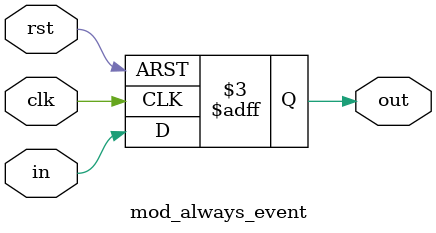
<source format=sv>
module mod_always_event (
    output logic out,
    input logic clk,
    input logic rst,
    input logic in
);
    always @(posedge clk or negedge rst) begin
        if (!rst) begin
            out <= 1'b0;
        end else begin
            out <= in;
        end
    end
endmodule


</source>
